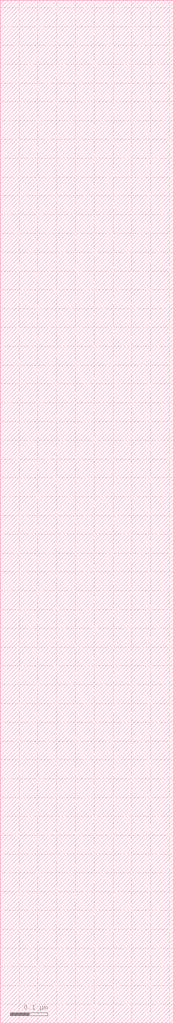
<source format=lef>
# Copyright 2020 The SkyWater PDK Authors
#
# Licensed under the Apache License, Version 2.0 (the "License");
# you may not use this file except in compliance with the License.
# You may obtain a copy of the License at
#
#     https://www.apache.org/licenses/LICENSE-2.0
#
# Unless required by applicable law or agreed to in writing, software
# distributed under the License is distributed on an "AS IS" BASIS,
# WITHOUT WARRANTIES OR CONDITIONS OF ANY KIND, either express or implied.
# See the License for the specific language governing permissions and
# limitations under the License.
#
# SPDX-License-Identifier: Apache-2.0

VERSION 5.7 ;
BUSBITCHARS "[]" ;
DIVIDERCHAR "/" ;
PROPERTYDEFINITIONS
  MACRO maskLayoutSubType STRING ;
  MACRO prCellType STRING ;
  MACRO originalViewName STRING ;
END PROPERTYDEFINITIONS
MACRO sky130_fd_sc_hdll__tapvgnd2_1
  ORIGIN  0.000000  0.000000 ;
  CLASS CORE ;
  SYMMETRY X Y R90 ;
  SIZE  0.460000 BY  2.720000 ;
  SITE unithd ;
  PIN VGND
    DIRECTION INOUT ;
    USE GROUND ;
  END VGND
  PIN VPWR
    DIRECTION INOUT ;
    USE POWER ;
  END VPWR
  PROPERTY maskLayoutSubType "abstract" ;
  PROPERTY prCellType "standard" ;
  PROPERTY originalViewName "layout" ;
END sky130_fd_sc_hdll__tapvgnd2_1
END LIBRARY

</source>
